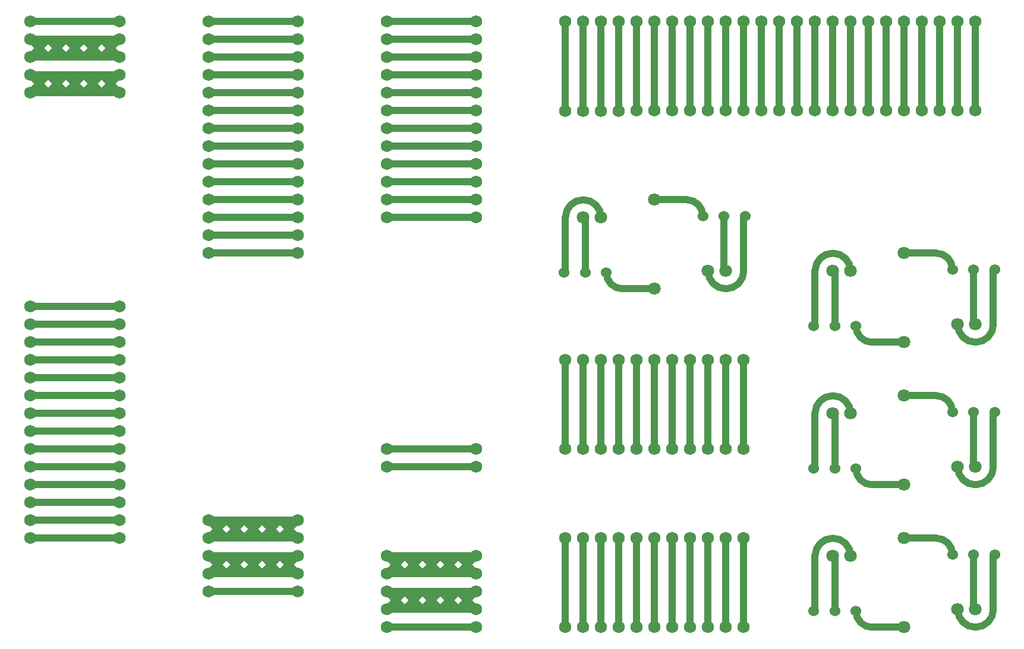
<source format=gbr>
G04 DesignSpark PCB Gerber Version 12.0 Build 5941*
G04 #@! TF.Part,Single*
G04 #@! TF.FileFunction,Copper,L2,Bot*
G04 #@! TF.FilePolarity,Positive*
%FSLAX35Y35*%
%MOIN*%
%ADD10C,0.03937*%
G04 #@! TA.AperFunction,WasherPad*
%ADD13C,0.06000*%
%ADD11C,0.06890*%
%ADD12C,0.07087*%
G04 #@! TD.AperFunction*
X0Y0D02*
D02*
D10*
X20250Y80250D02*
X70250D01*
X20250Y100250D02*
X70250D01*
X20250Y120250D02*
X70250D01*
X20250Y140250D02*
X70250D01*
X20250Y160250D02*
X70250D01*
X20250Y180250D02*
X70250D01*
X20250Y200250D02*
X70250D01*
X30250Y320250D02*
X20250Y330250D01*
X30250Y320250D02*
X20250D01*
X30250Y330250D02*
X20250Y320250D01*
X30250Y330250D02*
X20250D01*
X30250Y340250D02*
X20250Y350250D01*
X30250Y340250D02*
X20250D01*
X30250Y350250D02*
X20250Y340250D01*
X30250Y350250D02*
X20250D01*
X40250Y320250D02*
X30250Y330250D01*
X40250Y320250D02*
X30250D01*
X40250Y330250D02*
X30250Y320250D01*
X40250Y330250D02*
X30250D01*
X40250Y340250D02*
X30250Y350250D01*
X40250Y340250D02*
X30250D01*
X40250Y350250D02*
X30250Y340250D01*
X40250Y350250D02*
X30250D01*
X50250Y320250D02*
X40250Y330250D01*
X50250Y320250D02*
X60250Y330250D01*
X50250Y320250D02*
X40250D01*
X50250Y330250D02*
X40250Y320250D01*
X50250Y330250D02*
X40250D01*
X50250Y340250D02*
X40250Y350250D01*
X50250Y340250D02*
X60250Y350250D01*
X50250Y340250D02*
X40250D01*
X50250Y350250D02*
X40250Y340250D01*
X50250Y350250D02*
X40250D01*
X60250Y320250D02*
X50250Y330250D01*
X60250Y320250D02*
X50250D01*
X60250Y330250D02*
X50250D01*
X60250Y340250D02*
X50250Y350250D01*
X60250Y340250D02*
X50250D01*
X60250Y350250D02*
X50250D01*
X70250Y70250D02*
X20250D01*
X70250Y90250D02*
X20250D01*
X70250Y110250D02*
X20250D01*
X70250Y130250D02*
X20250D01*
X70250Y150250D02*
X20250D01*
X70250Y170250D02*
X20250D01*
X70250Y190250D02*
X20250D01*
X70250Y320250D02*
X60250Y330250D01*
X70250Y320250D02*
X60250D01*
X70250Y330250D02*
X60250Y320250D01*
X70250Y330250D02*
X60250D01*
X70250Y340250D02*
X60250Y350250D01*
X70250Y340250D02*
X60250D01*
X70250Y350250D02*
X60250Y340250D01*
X70250Y350250D02*
X60250D01*
X70250Y360250D02*
X20250D01*
X120250Y50250D02*
X130250Y60250D01*
X120250Y50250D02*
X130250D01*
X120250Y70250D02*
X130250Y80250D01*
X120250Y70250D02*
X130250D01*
X120250Y230250D02*
X170250D01*
X120250Y240250D02*
X170250D01*
X120250Y250250D02*
X170250D01*
X120250Y260250D02*
X170250D01*
X120250Y270250D02*
X170250D01*
X120250Y280250D02*
X170250D01*
X120250Y290250D02*
X170250D01*
X120250Y300250D02*
X170250D01*
X120250Y310250D02*
X170250D01*
X120250Y320250D02*
X170250D01*
X120250Y330250D02*
X170250D01*
X120250Y340250D02*
X170250D01*
X120250Y350250D02*
X170250D01*
X120250Y360250D02*
X170250D01*
X130250Y50250D02*
X120250Y60250D01*
X130250Y50250D02*
X140250D01*
X130250Y60250D02*
X140250Y50250D01*
X130250Y60250D02*
X120250D01*
X130250Y70250D02*
X120250Y80250D01*
X130250Y70250D02*
X140250D01*
X130250Y80250D02*
X140250Y70250D01*
X130250Y80250D02*
X120250D01*
X140250Y50250D02*
X150250Y60250D01*
X140250Y50250D02*
X150250D01*
X140250Y60250D02*
X130250Y50250D01*
X140250Y60250D02*
X130250D01*
X140250Y70250D02*
X150250Y80250D01*
X140250Y70250D02*
X150250D01*
X140250Y80250D02*
X130250Y70250D01*
X140250Y80250D02*
X130250D01*
X150250Y50250D02*
X140250Y60250D01*
X150250Y50250D02*
X160250D01*
X150250Y60250D02*
X160250Y50250D01*
X150250Y60250D02*
X140250D01*
X150250Y70250D02*
X140250Y80250D01*
X150250Y70250D02*
X160250D01*
X150250Y80250D02*
X160250Y70250D01*
X150250Y80250D02*
X140250D01*
X160250Y50250D02*
X170250Y60250D01*
X160250Y50250D02*
X170250D01*
X160250Y60250D02*
X150250Y50250D01*
X160250Y60250D02*
X150250D01*
X160250Y70250D02*
X170250Y80250D01*
X160250Y70250D02*
X170250D01*
X160250Y80250D02*
X150250Y70250D01*
X160250Y80250D02*
X150250D01*
X170250Y40250D02*
X120250D01*
X170250Y50250D02*
X160250Y60250D01*
X170250D02*
X160250D01*
X170250Y70250D02*
X160250Y80250D01*
X170250D02*
X160250D01*
X220250Y20250D02*
X270250D01*
X220250Y30250D02*
X230250Y40250D01*
X220250Y30250D02*
X230250D01*
X220250Y40250D02*
X230250Y30250D01*
X220250Y40250D02*
X230250D01*
X220250Y50250D02*
X230250Y60250D01*
X220250Y50250D02*
X230250D01*
X220250Y60250D02*
X230250Y50250D01*
X220250Y60250D02*
X230250D01*
X220250Y120250D02*
X270250D01*
X220250Y260250D02*
X270250D01*
X220250Y280250D02*
X270250D01*
X220250Y300250D02*
X270250D01*
X220250Y320250D02*
X270250D01*
X220250Y340250D02*
X270250D01*
X220250Y360250D02*
X270250D01*
X230250Y30250D02*
X240250D01*
X230250Y40250D02*
X240250Y30250D01*
X230250Y40250D02*
X240250D01*
X230250Y50250D02*
X240250D01*
X230250Y60250D02*
X240250Y50250D01*
X230250Y60250D02*
X240250D01*
Y30250D02*
X250250Y40250D01*
X240250Y30250D02*
X250250D01*
X240250Y40250D02*
X250250Y30250D01*
X240250Y40250D02*
X230250Y30250D01*
X240250Y40250D02*
X250250D01*
X240250Y50250D02*
X250250Y60250D01*
X240250Y50250D02*
X250250D01*
X240250Y60250D02*
X250250Y50250D01*
X240250Y60250D02*
X230250Y50250D01*
X240250Y60250D02*
X250250D01*
Y30250D02*
X260250Y40250D01*
X250250Y30250D02*
X260250D01*
X250250Y40250D02*
X260250Y30250D01*
X250250Y40250D02*
X260250D01*
X250250Y50250D02*
X260250Y60250D01*
X250250Y50250D02*
X260250D01*
X250250Y60250D02*
X260250Y50250D01*
X250250Y60250D02*
X260250D01*
Y30250D02*
X270250Y40250D01*
X260250Y30250D02*
X270250D01*
X260250Y40250D02*
X270250Y30250D01*
X260250Y40250D02*
X270250D01*
X260250Y50250D02*
X270250Y60250D01*
X260250Y50250D02*
X270250D01*
X260250Y60250D02*
X270250Y50250D01*
X260250Y60250D02*
X270250D01*
Y110250D02*
X220250D01*
X270250Y250250D02*
X220250D01*
X270250Y270250D02*
X220250D01*
X270250Y290250D02*
X220250D01*
X270250Y310250D02*
X220250D01*
X270250Y330250D02*
X220250D01*
X270250Y350250D02*
X220250D01*
X320250Y20250D02*
Y70250D01*
Y170250D02*
Y120250D01*
Y310015D02*
Y360250D01*
X330250Y70250D02*
Y20250D01*
Y120250D02*
Y170250D01*
Y360250D02*
Y310015D01*
X331352Y219305D02*
Y249148D01*
X330250Y250250D01*
X340250Y20250D02*
Y70250D01*
Y170250D02*
Y120250D01*
Y250250D02*
G75*
G03*
X330250Y260250I-10000J0D01*
G01*
G75*
G03*
X320250Y250250I0J-10000D01*
G01*
Y220014D01*
X319541Y219305D01*
X340250Y310015D02*
Y360250D01*
X350250Y70250D02*
Y20250D01*
Y120485D02*
Y170250D01*
Y360250D02*
Y310015D01*
X360250Y20250D02*
Y70250D01*
Y170250D02*
Y120485D01*
Y310250D02*
Y360250D01*
X370250Y70250D02*
Y20250D01*
Y120485D02*
Y170250D01*
Y210250D02*
X352219D01*
G75*
G02*
X343163Y219305I0J9055D01*
G01*
X370250Y260250D02*
X388281D01*
G75*
G02*
X397337Y251195I0J-9055D01*
G01*
X370250Y360250D02*
Y310250D01*
X380250Y20250D02*
Y70250D01*
Y170250D02*
Y120485D01*
Y310250D02*
Y360250D01*
X390250Y70250D02*
Y20250D01*
Y120485D02*
Y170250D01*
Y360250D02*
Y310250D01*
X400250Y20250D02*
Y70250D01*
Y170250D02*
Y120485D01*
Y220250D02*
G75*
G03*
X410250Y210250I10000J0D01*
G01*
G75*
G03*
X420250Y220250I0J10000D01*
G01*
Y250486D01*
X420959Y251195D01*
X400250Y310250D02*
Y360250D01*
X409148Y251195D02*
Y221352D01*
X410250Y220250D01*
Y70250D02*
Y20250D01*
Y120485D02*
Y170250D01*
Y360250D02*
Y310250D01*
X420250Y20250D02*
Y70250D01*
Y170250D02*
Y120485D01*
Y310250D02*
Y360250D01*
X430250D02*
Y310250D01*
X440250D02*
Y360250D01*
X450250D02*
Y310250D01*
X460250D02*
Y360250D01*
X470250D02*
Y310250D01*
X471352Y29305D02*
Y59148D01*
X470250Y60250D01*
X471352Y109305D02*
Y139148D01*
X470250Y140250D01*
X471352Y189305D02*
Y219148D01*
X470250Y220250D01*
X480250Y60250D02*
G75*
G03*
X470250Y70250I-10000J0D01*
G01*
G75*
G03*
X460250Y60250I0J-10000D01*
G01*
Y30014D01*
X459541Y29305D01*
X480250Y140250D02*
G75*
G03*
X470250Y150250I-10000J0D01*
G01*
G75*
G03*
X460250Y140250I0J-10000D01*
G01*
Y110014D01*
X459541Y109305D01*
X480250Y220250D02*
G75*
G03*
X470250Y230250I-10000J0D01*
G01*
G75*
G03*
X460250Y220250I0J-10000D01*
G01*
Y190014D01*
X459541Y189305D01*
X480250Y310250D02*
Y360250D01*
X490250D02*
Y310250D01*
X500250D02*
Y360250D01*
X510250Y20250D02*
X492219D01*
G75*
G02*
X483163Y29305I0J9055D01*
G01*
X510250Y70250D02*
X528281D01*
G75*
G02*
X537337Y61195I0J-9055D01*
G01*
X510250Y100250D02*
X492219D01*
G75*
G02*
X483163Y109305I0J9055D01*
G01*
X510250Y150250D02*
X528281D01*
G75*
G02*
X537337Y141195I0J-9055D01*
G01*
X510250Y180250D02*
X492219D01*
G75*
G02*
X483163Y189305I0J9055D01*
G01*
X510250Y230250D02*
X528281D01*
G75*
G02*
X537337Y221195I0J-9055D01*
G01*
X510250Y360250D02*
Y310250D01*
X520250D02*
Y360250D01*
X530250D02*
Y310250D01*
X540250Y30250D02*
G75*
G03*
X550250Y20250I10000J0D01*
G01*
G75*
G03*
X560250Y30250I0J10000D01*
G01*
Y60486D01*
X560959Y61195D01*
X540250Y110250D02*
G75*
G03*
X550250Y100250I10000J0D01*
G01*
G75*
G03*
X560250Y110250I0J10000D01*
G01*
Y140486D01*
X560959Y141195D01*
X540250Y190250D02*
G75*
G03*
X550250Y180250I10000J0D01*
G01*
G75*
G03*
X560250Y190250I0J10000D01*
G01*
Y220486D01*
X560959Y221195D01*
X540250Y310250D02*
Y360250D01*
X549148Y61195D02*
Y31352D01*
X550250Y30250D01*
X549148Y141195D02*
Y111352D01*
X550250Y110250D01*
X549148Y221195D02*
Y191352D01*
X550250Y190250D01*
Y360250D02*
Y310250D01*
D02*
D11*
X20250Y70250D03*
Y80250D03*
Y90250D03*
Y100250D03*
Y110250D03*
Y120250D03*
Y130250D03*
Y140250D03*
Y150250D03*
Y160250D03*
Y170250D03*
Y180250D03*
Y190250D03*
Y200250D03*
Y320250D03*
Y330250D03*
Y340250D03*
Y350250D03*
Y360250D03*
X70250Y70250D03*
Y80250D03*
Y90250D03*
Y100250D03*
Y110250D03*
Y120250D03*
Y130250D03*
Y140250D03*
Y150250D03*
Y160250D03*
Y170250D03*
Y180250D03*
Y190250D03*
Y200250D03*
Y320250D03*
Y330250D03*
Y340250D03*
Y350250D03*
Y360250D03*
X120250Y40250D03*
Y50250D03*
Y60250D03*
Y70250D03*
Y80250D03*
Y230250D03*
Y240250D03*
Y250250D03*
Y260250D03*
Y270250D03*
Y280250D03*
Y290250D03*
Y300250D03*
Y310250D03*
Y320250D03*
Y330250D03*
Y340250D03*
Y350250D03*
Y360250D03*
X170250Y40250D03*
Y50250D03*
Y60250D03*
Y70250D03*
Y80250D03*
Y230250D03*
Y240250D03*
Y250250D03*
Y260250D03*
Y270250D03*
Y280250D03*
Y290250D03*
Y300250D03*
Y310250D03*
Y320250D03*
Y330250D03*
Y340250D03*
Y350250D03*
Y360250D03*
X220250Y20250D03*
Y30250D03*
Y40250D03*
Y50250D03*
Y60250D03*
Y110250D03*
Y120250D03*
Y250250D03*
Y260250D03*
Y270250D03*
Y280250D03*
Y290250D03*
Y300250D03*
Y310250D03*
Y320250D03*
Y330250D03*
Y340250D03*
Y350250D03*
Y360250D03*
X270250Y20250D03*
Y30250D03*
Y40250D03*
Y50250D03*
Y60250D03*
Y110250D03*
Y120250D03*
Y250250D03*
Y260250D03*
Y270250D03*
Y280250D03*
Y290250D03*
Y300250D03*
Y310250D03*
Y320250D03*
Y330250D03*
Y340250D03*
Y350250D03*
Y360250D03*
X320250Y20250D03*
Y70250D03*
Y120250D03*
Y170250D03*
Y310015D03*
Y360250D03*
X330250Y20250D03*
Y70250D03*
Y120250D03*
Y170250D03*
Y310015D03*
Y360250D03*
X340250Y20250D03*
Y70250D03*
Y120250D03*
Y170250D03*
Y310015D03*
Y360250D03*
X350250Y20250D03*
Y70250D03*
Y120485D03*
Y170250D03*
Y310015D03*
Y360250D03*
X360250Y20250D03*
Y70250D03*
Y120485D03*
Y170250D03*
Y310250D03*
Y360250D03*
X370250Y20250D03*
Y70250D03*
Y120485D03*
Y170250D03*
Y310250D03*
Y360250D03*
X380250Y20250D03*
Y70250D03*
Y120485D03*
Y170250D03*
Y310250D03*
Y360250D03*
X390250Y20250D03*
Y70250D03*
Y120485D03*
Y170250D03*
Y310250D03*
Y360250D03*
X400250Y20250D03*
Y70250D03*
Y120485D03*
Y170250D03*
Y310250D03*
Y360250D03*
X410250Y20250D03*
Y70250D03*
Y120485D03*
Y170250D03*
Y310250D03*
Y360250D03*
X420250Y20250D03*
Y70250D03*
Y120485D03*
Y170250D03*
Y310250D03*
Y360250D03*
X430250Y310250D03*
Y360250D03*
X440250Y310250D03*
Y360250D03*
X450250Y310250D03*
Y360250D03*
X460250Y310250D03*
Y360250D03*
X470250Y310250D03*
Y360250D03*
X480250Y310250D03*
Y360250D03*
X490250Y310250D03*
Y360250D03*
X500250Y310250D03*
Y360250D03*
X510250Y310250D03*
Y360250D03*
X520250Y310250D03*
Y360250D03*
X530250Y310250D03*
Y360250D03*
X540250Y310250D03*
Y360250D03*
X550250Y310250D03*
Y360250D03*
D02*
D12*
X330250Y250250D03*
X340250D03*
X370250Y210250D03*
Y260250D03*
X400250Y220250D03*
X410250D03*
X470250Y60250D03*
Y140250D03*
Y220250D03*
X480250Y60250D03*
Y140250D03*
Y220250D03*
X510250Y20250D03*
Y70250D03*
Y100250D03*
Y150250D03*
Y180250D03*
Y230250D03*
X540250Y30250D03*
Y110250D03*
Y190250D03*
X550250Y30250D03*
Y110250D03*
Y190250D03*
D02*
D13*
X319541Y219305D03*
X331352D03*
X343163D03*
X397337Y251195D03*
X409148D03*
X420959D03*
X459541Y29305D03*
Y109305D03*
Y189305D03*
X471352Y29305D03*
Y109305D03*
Y189305D03*
X483163Y29305D03*
Y109305D03*
Y189305D03*
X537337Y61195D03*
Y141195D03*
Y221195D03*
X549148Y61195D03*
Y141195D03*
Y221195D03*
X560959Y61195D03*
Y141195D03*
Y221195D03*
X0Y0D02*
M02*

</source>
